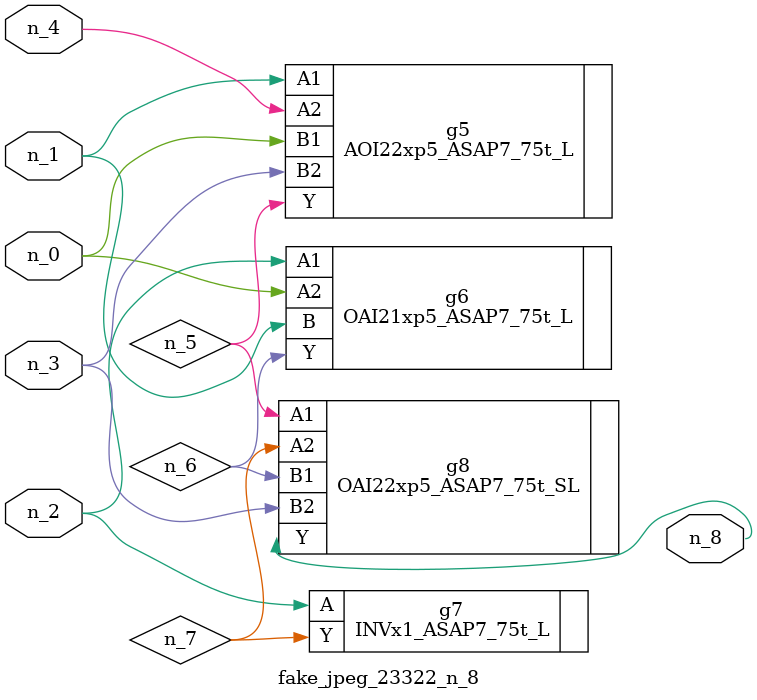
<source format=v>
module fake_jpeg_23322_n_8 (n_3, n_2, n_1, n_0, n_4, n_8);

input n_3;
input n_2;
input n_1;
input n_0;
input n_4;

output n_8;

wire n_6;
wire n_5;
wire n_7;

AOI22xp5_ASAP7_75t_L g5 ( 
.A1(n_1),
.A2(n_4),
.B1(n_0),
.B2(n_3),
.Y(n_5)
);

OAI21xp5_ASAP7_75t_L g6 ( 
.A1(n_2),
.A2(n_0),
.B(n_1),
.Y(n_6)
);

INVx1_ASAP7_75t_L g7 ( 
.A(n_2),
.Y(n_7)
);

OAI22xp5_ASAP7_75t_SL g8 ( 
.A1(n_5),
.A2(n_7),
.B1(n_6),
.B2(n_3),
.Y(n_8)
);


endmodule
</source>
